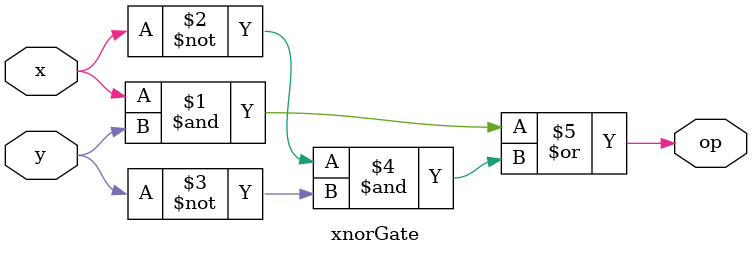
<source format=v>

module xnorGate(x, y, op);
input x, y;
output op;
assign op = (x&y)|(~(x)&~(y));
endmodule

</source>
